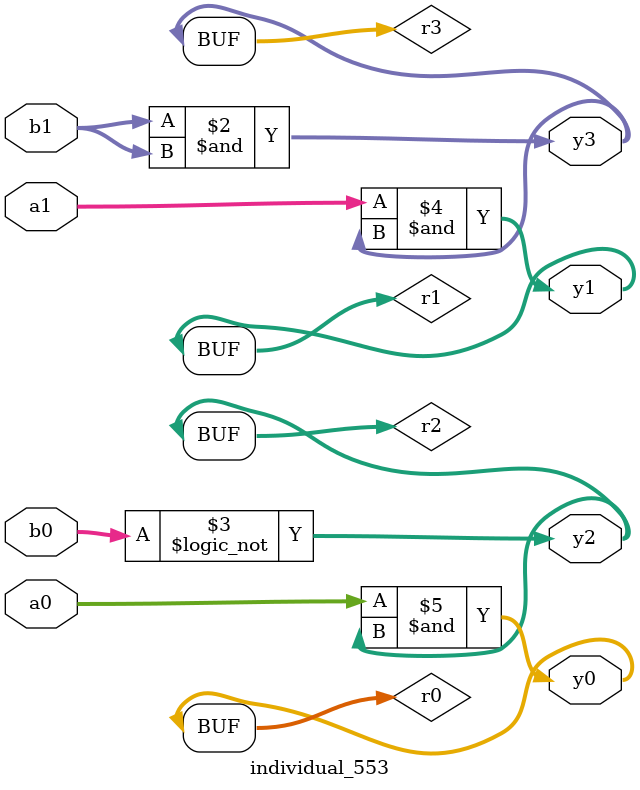
<source format=sv>
module individual_553(input logic [15:0] a1, input logic [15:0] a0, input logic [15:0] b1, input logic [15:0] b0, output logic [15:0] y3, output logic [15:0] y2, output logic [15:0] y1, output logic [15:0] y0);
logic [15:0] r0, r1, r2, r3; 
 always@(*) begin 
	 r0 = a0; r1 = a1; r2 = b0; r3 = b1; 
 	 r3  &=  b1 ;
 	 r2 = ! r2 ;
 	 r1  &=  r3 ;
 	 r0  &=  r2 ;
 	 y3 = r3; y2 = r2; y1 = r1; y0 = r0; 
end
endmodule
</source>
